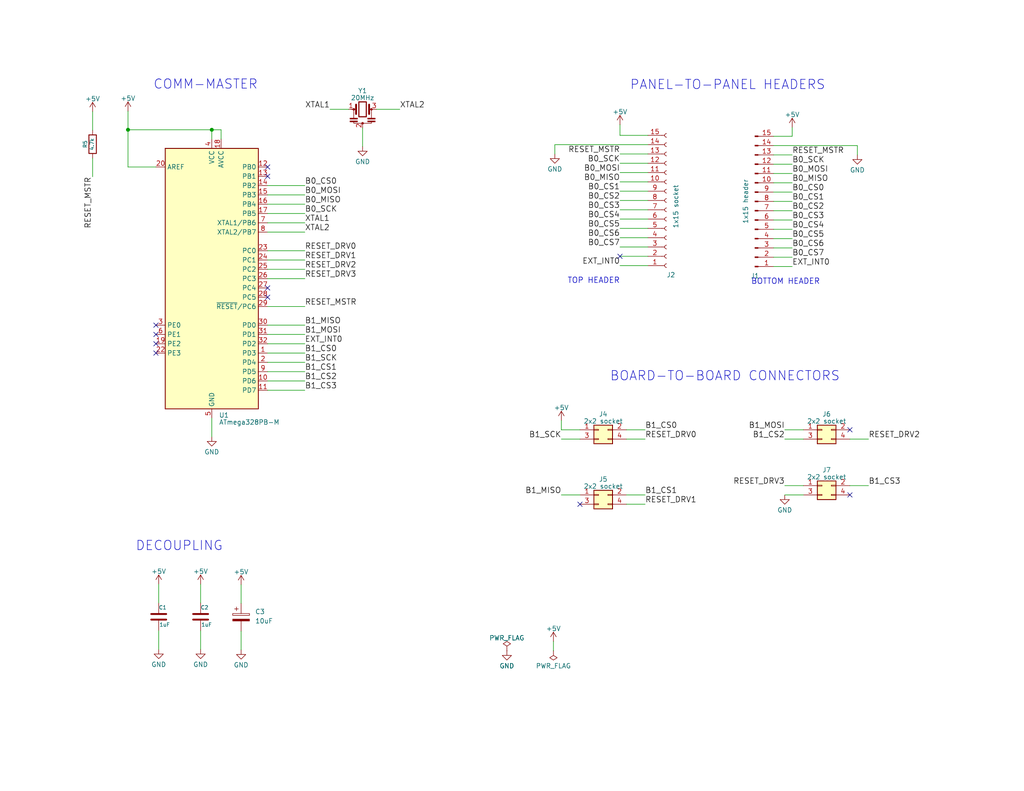
<source format=kicad_sch>
(kicad_sch (version 20230121) (generator eeschema)
  (paper "USLetter")
  (lib_symbols
    (symbol "Connector:Conn_01x15_Pin" (pin_names (offset 1.016) hide)
      (property "Reference" "J" (at 0 20.32 0))
      (property "Value" "Conn_01x15_Pin" (at 0 -20.32 0))
      (symbol "Conn_01x15_Pin_1_1"
        (polyline (pts (xy 1.27 -17.78) (xy 0.8636 -17.78)) (stroke (width 0.1524)))
        (polyline (pts (xy 1.27 -15.24) (xy 0.8636 -15.24)) (stroke (width 0.1524)))
        (polyline (pts (xy 1.27 -12.7) (xy 0.8636 -12.7)) (stroke (width 0.1524)))
        (polyline (pts (xy 1.27 -10.16) (xy 0.8636 -10.16)) (stroke (width 0.1524)))
        (polyline (pts (xy 1.27 -7.62) (xy 0.8636 -7.62)) (stroke (width 0.1524)))
        (polyline (pts (xy 1.27 -5.08) (xy 0.8636 -5.08)) (stroke (width 0.1524)))
        (polyline (pts (xy 1.27 -2.54) (xy 0.8636 -2.54)) (stroke (width 0.1524)))
        (polyline (pts (xy 1.27 0) (xy 0.8636 0)) (stroke (width 0.1524)))
        (polyline (pts (xy 1.27 2.54) (xy 0.8636 2.54)) (stroke (width 0.1524)))
        (polyline (pts (xy 1.27 5.08) (xy 0.8636 5.08)) (stroke (width 0.1524)))
        (polyline (pts (xy 1.27 7.62) (xy 0.8636 7.62)) (stroke (width 0.1524)))
        (polyline (pts (xy 1.27 10.16) (xy 0.8636 10.16)) (stroke (width 0.1524)))
        (polyline (pts (xy 1.27 12.7) (xy 0.8636 12.7)) (stroke (width 0.1524)))
        (polyline (pts (xy 1.27 15.24) (xy 0.8636 15.24)) (stroke (width 0.1524)))
        (polyline (pts (xy 1.27 17.78) (xy 0.8636 17.78)) (stroke (width 0.1524)))
        (rectangle (start 0.8636 -17.653) (end 0 -17.907) (stroke (width 0.1524)) (fill (type outline)))
        (rectangle (start 0.8636 -15.113) (end 0 -15.367) (stroke (width 0.1524)) (fill (type outline)))
        (rectangle (start 0.8636 -12.573) (end 0 -12.827) (stroke (width 0.1524)) (fill (type outline)))
        (rectangle (start 0.8636 -10.033) (end 0 -10.287) (stroke (width 0.1524)) (fill (type outline)))
        (rectangle (start 0.8636 -7.493) (end 0 -7.747) (stroke (width 0.1524)) (fill (type outline)))
        (rectangle (start 0.8636 -4.953) (end 0 -5.207) (stroke (width 0.1524)) (fill (type outline)))
        (rectangle (start 0.8636 -2.413) (end 0 -2.667) (stroke (width 0.1524)) (fill (type outline)))
        (rectangle (start 0.8636 0.127) (end 0 -0.127) (stroke (width 0.1524)) (fill (type outline)))
        (rectangle (start 0.8636 2.667) (end 0 2.413) (stroke (width 0.1524)) (fill (type outline)))
        (rectangle (start 0.8636 5.207) (end 0 4.953) (stroke (width 0.1524)) (fill (type outline)))
        (rectangle (start 0.8636 7.747) (end 0 7.493) (stroke (width 0.1524)) (fill (type outline)))
        (rectangle (start 0.8636 10.287) (end 0 10.033) (stroke (width 0.1524)) (fill (type outline)))
        (rectangle (start 0.8636 12.827) (end 0 12.573) (stroke (width 0.1524)) (fill (type outline)))
        (rectangle (start 0.8636 15.367) (end 0 15.113) (stroke (width 0.1524)) (fill (type outline)))
        (rectangle (start 0.8636 17.907) (end 0 17.653) (stroke (width 0.1524)) (fill (type outline)))
        (pin passive line (at 5.08 17.78 180) (length 3.81) (name "Pin_1") (number "1"))
        (pin passive line (at 5.08 -5.08 180) (length 3.81) (name "Pin_10") (number "10"))
        (pin passive line (at 5.08 -7.62 180) (length 3.81) (name "Pin_11") (number "11"))
        (pin passive line (at 5.08 -10.16 180) (length 3.81) (name "Pin_12") (number "12"))
        (pin passive line (at 5.08 -12.7 180) (length 3.81) (name "Pin_13") (number "13"))
        (pin passive line (at 5.08 -15.24 180) (length 3.81) (name "Pin_14") (number "14"))
        (pin passive line (at 5.08 -17.78 180) (length 3.81) (name "Pin_15") (number "15"))
        (pin passive line (at 5.08 15.24 180) (length 3.81) (name "Pin_2") (number "2"))
        (pin passive line (at 5.08 12.7 180) (length 3.81) (name "Pin_3") (number "3"))
        (pin passive line (at 5.08 10.16 180) (length 3.81) (name "Pin_4") (number "4"))
        (pin passive line (at 5.08 7.62 180) (length 3.81) (name "Pin_5") (number "5"))
        (pin passive line (at 5.08 5.08 180) (length 3.81) (name "Pin_6") (number "6"))
        (pin passive line (at 5.08 2.54 180) (length 3.81) (name "Pin_7") (number "7"))
        (pin passive line (at 5.08 0 180) (length 3.81) (name "Pin_8") (number "8"))
        (pin passive line (at 5.08 -2.54 180) (length 3.81) (name "Pin_9") (number "9"))
      )
    )
    (symbol "Connector:Conn_01x15_Socket" (pin_names (offset 1.016) hide)
      (property "Reference" "J" (at 0 20.32 0))
      (property "Value" "Conn_01x15_Socket" (at 0 -20.32 0))
      (symbol "Conn_01x15_Socket_1_1"
        (arc (start 0 -17.272) (mid -0.5058 -17.78) (end 0 -18.288) (stroke (width 0.1524)))
        (arc (start 0 -14.732) (mid -0.5058 -15.24) (end 0 -15.748) (stroke (width 0.1524)))
        (arc (start 0 -12.192) (mid -0.5058 -12.7) (end 0 -13.208) (stroke (width 0.1524)))
        (arc (start 0 -9.652) (mid -0.5058 -10.16) (end 0 -10.668) (stroke (width 0.1524)))
        (arc (start 0 -7.112) (mid -0.5058 -7.62) (end 0 -8.128) (stroke (width 0.1524)))
        (arc (start 0 -4.572) (mid -0.5058 -5.08) (end 0 -5.588) (stroke (width 0.1524)))
        (arc (start 0 -2.032) (mid -0.5058 -2.54) (end 0 -3.048) (stroke (width 0.1524)))
        (polyline (pts (xy -1.27 -17.78) (xy -0.508 -17.78)) (stroke (width 0.1524)))
        (polyline (pts (xy -1.27 -15.24) (xy -0.508 -15.24)) (stroke (width 0.1524)))
        (polyline (pts (xy -1.27 -12.7) (xy -0.508 -12.7)) (stroke (width 0.1524)))
        (polyline (pts (xy -1.27 -10.16) (xy -0.508 -10.16)) (stroke (width 0.1524)))
        (polyline (pts (xy -1.27 -7.62) (xy -0.508 -7.62)) (stroke (width 0.1524)))
        (polyline (pts (xy -1.27 -5.08) (xy -0.508 -5.08)) (stroke (width 0.1524)))
        (polyline (pts (xy -1.27 -2.54) (xy -0.508 -2.54)) (stroke (width 0.1524)))
        (polyline (pts (xy -1.27 0) (xy -0.508 0)) (stroke (width 0.1524)))
        (polyline (pts (xy -1.27 2.54) (xy -0.508 2.54)) (stroke (width 0.1524)))
        (polyline (pts (xy -1.27 5.08) (xy -0.508 5.08)) (stroke (width 0.1524)))
        (polyline (pts (xy -1.27 7.62) (xy -0.508 7.62)) (stroke (width 0.1524)))
        (polyline (pts (xy -1.27 10.16) (xy -0.508 10.16)) (stroke (width 0.1524)))
        (polyline (pts (xy -1.27 12.7) (xy -0.508 12.7)) (stroke (width 0.1524)))
        (polyline (pts (xy -1.27 15.24) (xy -0.508 15.24)) (stroke (width 0.1524)))
        (polyline (pts (xy -1.27 17.78) (xy -0.508 17.78)) (stroke (width 0.1524)))
        (arc (start 0 0.508) (mid -0.5058 0) (end 0 -0.508) (stroke (width 0.1524)))
        (arc (start 0 3.048) (mid -0.5058 2.54) (end 0 2.032) (stroke (width 0.1524)))
        (arc (start 0 5.588) (mid -0.5058 5.08) (end 0 4.572) (stroke (width 0.1524)))
        (arc (start 0 8.128) (mid -0.5058 7.62) (end 0 7.112) (stroke (width 0.1524)))
        (arc (start 0 10.668) (mid -0.5058 10.16) (end 0 9.652) (stroke (width 0.1524)))
        (arc (start 0 13.208) (mid -0.5058 12.7) (end 0 12.192) (stroke (width 0.1524)))
        (arc (start 0 15.748) (mid -0.5058 15.24) (end 0 14.732) (stroke (width 0.1524)))
        (arc (start 0 18.288) (mid -0.5058 17.78) (end 0 17.272) (stroke (width 0.1524)))
        (pin passive line (at -5.08 17.78 0) (length 3.81) (name "Pin_1") (number "1"))
        (pin passive line (at -5.08 -5.08 0) (length 3.81) (name "Pin_10") (number "10"))
        (pin passive line (at -5.08 -7.62 0) (length 3.81) (name "Pin_11") (number "11"))
        (pin passive line (at -5.08 -10.16 0) (length 3.81) (name "Pin_12") (number "12"))
        (pin passive line (at -5.08 -12.7 0) (length 3.81) (name "Pin_13") (number "13"))
        (pin passive line (at -5.08 -15.24 0) (length 3.81) (name "Pin_14") (number "14"))
        (pin passive line (at -5.08 -17.78 0) (length 3.81) (name "Pin_15") (number "15"))
        (pin passive line (at -5.08 15.24 0) (length 3.81) (name "Pin_2") (number "2"))
        (pin passive line (at -5.08 12.7 0) (length 3.81) (name "Pin_3") (number "3"))
        (pin passive line (at -5.08 10.16 0) (length 3.81) (name "Pin_4") (number "4"))
        (pin passive line (at -5.08 7.62 0) (length 3.81) (name "Pin_5") (number "5"))
        (pin passive line (at -5.08 5.08 0) (length 3.81) (name "Pin_6") (number "6"))
        (pin passive line (at -5.08 2.54 0) (length 3.81) (name "Pin_7") (number "7"))
        (pin passive line (at -5.08 0 0) (length 3.81) (name "Pin_8") (number "8"))
        (pin passive line (at -5.08 -2.54 0) (length 3.81) (name "Pin_9") (number "9"))
      )
    )
    (symbol "Connector_Generic:Conn_02x02_Odd_Even" (pin_names (offset 1.016) hide)
      (property "Reference" "J" (at 1.27 2.54 0))
      (property "Value" "Conn_02x02_Odd_Even" (at 1.27 -5.08 0))
      (symbol "Conn_02x02_Odd_Even_1_1"
        (rectangle (start -1.27 -2.413) (end 0 -2.667) (stroke (width 0.1524)))
        (rectangle (start -1.27 0.127) (end 0 -0.127) (stroke (width 0.1524)))
        (rectangle (start -1.27 1.27) (end 3.81 -3.81) (stroke (width 0.254)) (fill (type background)))
        (rectangle (start 3.81 -2.413) (end 2.54 -2.667) (stroke (width 0.1524)))
        (rectangle (start 3.81 0.127) (end 2.54 -0.127) (stroke (width 0.1524)))
        (pin passive line (at -5.08 0 0) (length 3.81) (name "Pin_1") (number "1"))
        (pin passive line (at 7.62 0 180) (length 3.81) (name "Pin_2") (number "2"))
        (pin passive line (at -5.08 -2.54 0) (length 3.81) (name "Pin_3") (number "3"))
        (pin passive line (at 7.62 -2.54 180) (length 3.81) (name "Pin_4") (number "4"))
      )
    )
    (symbol "Device:C" (pin_numbers hide) (pin_names (offset 0.254))
      (property "Reference" "C" (at 0.635 2.54 0))
      (property "Value" "C" (at 0.635 -2.54 0))
      (symbol "C_0_1"
        (polyline (pts (xy -2.032 -0.762) (xy 2.032 -0.762)) (stroke (width 0.508)))
        (polyline (pts (xy -2.032 0.762) (xy 2.032 0.762)) (stroke (width 0.508)))
      )
      (symbol "C_1_1"
        (pin passive line (at 0 3.81 270) (length 2.794) (name "~") (number "1"))
        (pin passive line (at 0 -3.81 90) (length 2.794) (name "~") (number "2"))
      )
    )
    (symbol "Device:C_Polarized" (pin_numbers hide) (pin_names (offset 0.254))
      (property "Reference" "C" (at 0.635 2.54 0))
      (property "Value" "C_Polarized" (at 0.635 -2.54 0))
      (symbol "C_Polarized_0_1"
        (rectangle (start -2.286 0.508) (end 2.286 1.016))
        (polyline (pts (xy -1.778 2.286) (xy -0.762 2.286)))
        (polyline (pts (xy -1.27 2.794) (xy -1.27 1.778)))
        (rectangle (start 2.286 -0.508) (end -2.286 -1.016) (fill (type outline)))
      )
      (symbol "C_Polarized_1_1"
        (pin passive line (at 0 3.81 270) (length 2.794) (name "~") (number "1"))
        (pin passive line (at 0 -3.81 90) (length 2.794) (name "~") (number "2"))
      )
    )
    (symbol "Device:R" (pin_numbers hide) (pin_names (offset 0))
      (property "Reference" "R" (at 2.032 0 90))
      (property "Value" "R" (at 0 0 90))
      (symbol "R_0_1"
        (rectangle (start -1.016 -2.54) (end 1.016 2.54) (stroke (width 0.254)))
      )
      (symbol "R_1_1"
        (pin passive line (at 0 3.81 270) (length 1.27) (name "~") (number "1"))
        (pin passive line (at 0 -3.81 90) (length 1.27) (name "~") (number "2"))
      )
    )
    (symbol "Device:Resonator" (pin_names (offset 1.016) hide)
      (property "Reference" "Y" (at 0 5.715 0))
      (property "Value" "Resonator" (at 0 3.81 0))
      (symbol "Resonator_0_1"
        (rectangle (start -3.429 -3.175) (end -1.397 -3.429) (fill (type outline)))
        (rectangle (start -3.429 -2.413) (end -1.397 -2.667) (fill (type outline)))
        (circle (center -2.413 0) (radius 0.254) (fill (type outline)))
        (rectangle (start -1.016 2.032) (end 1.016 -2.032) (stroke (width 0.3048)))
        (circle (center 0 -3.81) (radius 0.254) (fill (type outline)))
        (polyline (pts (xy -2.413 -2.413) (xy -2.413 0)))
        (polyline (pts (xy -1.905 0) (xy -3.175 0)))
        (polyline (pts (xy -1.778 -1.27) (xy -1.778 1.27)) (stroke (width 0.508)))
        (polyline (pts (xy 1.778 -1.27) (xy 1.778 1.27)) (stroke (width 0.508)))
        (polyline (pts (xy 1.905 0) (xy 2.54 0)))
        (polyline (pts (xy 2.413 0) (xy 2.413 -2.54)))
        (polyline (pts (xy 2.413 -3.302) (xy 2.413 -3.81) (xy -2.413 -3.81) (xy -2.413 -3.302)))
        (rectangle (start 1.397 -3.175) (end 3.429 -3.429) (fill (type outline)))
        (rectangle (start 1.397 -2.413) (end 3.429 -2.667) (fill (type outline)))
        (circle (center 2.413 0) (radius 0.254) (fill (type outline)))
      )
      (symbol "Resonator_1_1"
        (pin passive line (at -3.81 0 0) (length 1.27) (name "1") (number "1"))
        (pin passive line (at 0 -5.08 90) (length 1.27) (name "2") (number "2"))
        (pin passive line (at 3.81 0 180) (length 1.27) (name "3") (number "3"))
      )
    )
    (symbol "MCU_Microchip_ATmega:ATmega328PB-M"
      (property "Reference" "U" (at -12.7 36.83 0))
      (property "Value" "ATmega328PB-M" (at 2.54 -36.83 0))
      (symbol "ATmega328PB-M_0_1"
        (rectangle (start -12.7 -35.56) (end 12.7 35.56) (stroke (width 0.254)) (fill (type background)))
      )
      (symbol "ATmega328PB-M_1_1"
        (pin bidirectional line (at 15.24 -20.32 180) (length 2.54) (name "PD3") (number "1"))
        (pin bidirectional line (at 15.24 -27.94 180) (length 2.54) (name "PD6") (number "10"))
        (pin bidirectional line (at 15.24 -30.48 180) (length 2.54) (name "PD7") (number "11"))
        (pin bidirectional line (at 15.24 30.48 180) (length 2.54) (name "PB0") (number "12"))
        (pin bidirectional line (at 15.24 27.94 180) (length 2.54) (name "PB1") (number "13"))
        (pin bidirectional line (at 15.24 25.4 180) (length 2.54) (name "PB2") (number "14"))
        (pin bidirectional line (at 15.24 22.86 180) (length 2.54) (name "PB3") (number "15"))
        (pin bidirectional line (at 15.24 20.32 180) (length 2.54) (name "PB4") (number "16"))
        (pin bidirectional line (at 15.24 17.78 180) (length 2.54) (name "PB5") (number "17"))
        (pin power_in line (at 2.54 38.1 270) (length 2.54) (name "AVCC") (number "18"))
        (pin bidirectional line (at -15.24 -17.78 0) (length 2.54) (name "PE2") (number "19"))
        (pin bidirectional line (at 15.24 -22.86 180) (length 2.54) (name "PD4") (number "2"))
        (pin passive line (at -15.24 30.48 0) (length 2.54) (name "AREF") (number "20"))
        (pin passive line (at 0 -38.1 90) (length 2.54) hide (name "GND") (number "21"))
        (pin bidirectional line (at -15.24 -20.32 0) (length 2.54) (name "PE3") (number "22"))
        (pin bidirectional line (at 15.24 7.62 180) (length 2.54) (name "PC0") (number "23"))
        (pin bidirectional line (at 15.24 5.08 180) (length 2.54) (name "PC1") (number "24"))
        (pin bidirectional line (at 15.24 2.54 180) (length 2.54) (name "PC2") (number "25"))
        (pin bidirectional line (at 15.24 0 180) (length 2.54) (name "PC3") (number "26"))
        (pin bidirectional line (at 15.24 -2.54 180) (length 2.54) (name "PC4") (number "27"))
        (pin bidirectional line (at 15.24 -5.08 180) (length 2.54) (name "PC5") (number "28"))
        (pin bidirectional line (at 15.24 -7.62 180) (length 2.54) (name "~{RESET}/PC6") (number "29"))
        (pin bidirectional line (at -15.24 -12.7 0) (length 2.54) (name "PE0") (number "3"))
        (pin bidirectional line (at 15.24 -12.7 180) (length 2.54) (name "PD0") (number "30"))
        (pin bidirectional line (at 15.24 -15.24 180) (length 2.54) (name "PD1") (number "31"))
        (pin bidirectional line (at 15.24 -17.78 180) (length 2.54) (name "PD2") (number "32"))
        (pin passive line (at 0 -38.1 90) (length 2.54) hide (name "GND") (number "33"))
        (pin power_in line (at 0 38.1 270) (length 2.54) (name "VCC") (number "4"))
        (pin power_in line (at 0 -38.1 90) (length 2.54) (name "GND") (number "5"))
        (pin bidirectional line (at -15.24 -15.24 0) (length 2.54) (name "PE1") (number "6"))
        (pin bidirectional line (at 15.24 15.24 180) (length 2.54) (name "XTAL1/PB6") (number "7"))
        (pin bidirectional line (at 15.24 12.7 180) (length 2.54) (name "XTAL2/PB7") (number "8"))
        (pin bidirectional line (at 15.24 -25.4 180) (length 2.54) (name "PD5") (number "9"))
      )
    )
    (symbol "power:+5V" (power) (pin_names (offset 0))
      (property "Value" "+5V" (at 0 3.556 0))
      (symbol "+5V_0_1"
        (polyline (pts (xy -0.762 1.27) (xy 0 2.54)))
        (polyline (pts (xy 0 0) (xy 0 2.54)))
        (polyline (pts (xy 0 2.54) (xy 0.762 1.27)))
      )
      (symbol "+5V_1_1"
        (pin power_in line (at 0 0 90) (length 0) hide (name "+5V") (number "1"))
      )
    )
    (symbol "power:GND" (power) (pin_names (offset 0))
      (property "Value" "GND" (at 0 -3.81 0))
      (symbol "GND_0_1"
        (polyline (pts (xy 0 0) (xy 0 -1.27) (xy 1.27 -1.27) (xy 0 -2.54) (xy -1.27 -1.27) (xy 0 -1.27)))
      )
      (symbol "GND_1_1"
        (pin power_in line (at 0 0 270) (length 0) hide (name "GND") (number "1"))
      )
    )
    (symbol "power:PWR_FLAG" (power) (pin_numbers hide) (pin_names (offset 0) hide)
      (property "Value" "PWR_FLAG" (at 0 3.81 0))
      (symbol "PWR_FLAG_0_0"
        (pin power_out line (at 0 0 90) (length 0) (name "pwr") (number "1"))
      )
      (symbol "PWR_FLAG_0_1"
        (polyline (pts (xy 0 0) (xy 0 1.27) (xy -1.016 1.905) (xy 0 2.54) (xy 1.016 1.905) (xy 0 1.27)))
      )
    )
  )
  (junction (at 57.785 35.433))
  (junction (at 34.925 35.433))
  (no_connect (at 169.164 69.977))
  (no_connect (at 73.025 48.133))
  (no_connect (at 231.902 135.128))
  (no_connect (at 158.242 137.668))
  (no_connect (at 231.902 117.348))
  (no_connect (at 42.545 96.393))
  (no_connect (at 42.545 93.853))
  (no_connect (at 73.025 78.613))
  (no_connect (at 73.025 81.153))
  (no_connect (at 42.545 88.773))
  (no_connect (at 73.025 45.593))
  (no_connect (at 42.545 91.313))
  (wire (pts (xy 211.074 37.211) (xy 216.154 37.211)))
  (wire (pts (xy 211.074 52.451) (xy 216.154 52.451)))
  (wire (pts (xy 42.545 45.593) (xy 34.925 45.593)))
  (wire (pts (xy 216.154 34.798) (xy 216.154 37.211)))
  (wire (pts (xy 169.164 72.517) (xy 176.784 72.517)))
  (wire (pts (xy 98.933 34.925) (xy 98.933 40.005)))
  (wire (pts (xy 211.074 42.291) (xy 216.154 42.291)))
  (wire (pts (xy 54.737 159.512) (xy 54.737 164.592)))
  (wire (pts (xy 151.384 39.497) (xy 176.784 39.497)))
  (wire (pts (xy 57.785 35.433) (xy 60.325 35.433)))
  (wire (pts (xy 73.025 83.693) (xy 83.185 83.693)))
  (wire (pts (xy 169.164 47.117) (xy 176.784 47.117)))
  (wire (pts (xy 214.122 132.588) (xy 219.202 132.588)))
  (wire (pts (xy 169.164 57.277) (xy 176.784 57.277)))
  (wire (pts (xy 73.025 91.313) (xy 83.185 91.313)))
  (wire (pts (xy 211.074 70.231) (xy 216.154 70.231)))
  (wire (pts (xy 153.162 114.808) (xy 153.162 117.348)))
  (wire (pts (xy 170.942 137.668) (xy 176.022 137.668)))
  (wire (pts (xy 169.164 52.197) (xy 176.784 52.197)))
  (wire (pts (xy 211.074 62.611) (xy 216.154 62.611)))
  (wire (pts (xy 153.162 119.888) (xy 158.242 119.888)))
  (wire (pts (xy 214.122 135.128) (xy 219.202 135.128)))
  (wire (pts (xy 73.025 106.553) (xy 83.185 106.553)))
  (wire (pts (xy 211.074 54.991) (xy 216.154 54.991)))
  (wire (pts (xy 65.786 172.339) (xy 65.786 177.419)))
  (wire (pts (xy 73.025 63.373) (xy 83.185 63.373)))
  (wire (pts (xy 43.307 172.212) (xy 43.307 177.292)))
  (wire (pts (xy 214.122 119.888) (xy 219.202 119.888)))
  (wire (pts (xy 169.164 69.977) (xy 176.784 69.977)))
  (wire (pts (xy 73.025 60.833) (xy 83.185 60.833)))
  (wire (pts (xy 169.164 34.036) (xy 169.164 36.957)))
  (wire (pts (xy 57.785 37.973) (xy 57.785 35.433)))
  (wire (pts (xy 73.025 93.853) (xy 83.185 93.853)))
  (wire (pts (xy 73.025 98.933) (xy 83.185 98.933)))
  (wire (pts (xy 211.074 39.751) (xy 233.934 39.751)))
  (wire (pts (xy 231.902 119.888) (xy 236.982 119.888)))
  (wire (pts (xy 151.384 39.497) (xy 151.384 42.037)))
  (wire (pts (xy 73.025 88.773) (xy 83.185 88.773)))
  (wire (pts (xy 102.743 29.845) (xy 109.093 29.845)))
  (wire (pts (xy 73.025 101.473) (xy 83.185 101.473)))
  (wire (pts (xy 170.942 119.888) (xy 176.022 119.888)))
  (wire (pts (xy 158.242 117.348) (xy 153.162 117.348)))
  (wire (pts (xy 233.934 39.751) (xy 233.934 42.291)))
  (wire (pts (xy 211.074 57.531) (xy 216.154 57.531)))
  (wire (pts (xy 169.164 59.817) (xy 176.784 59.817)))
  (wire (pts (xy 169.164 64.897) (xy 176.784 64.897)))
  (wire (pts (xy 25.273 30.48) (xy 25.273 35.56)))
  (wire (pts (xy 34.925 35.433) (xy 34.925 45.593)))
  (wire (pts (xy 60.325 37.973) (xy 60.325 35.433)))
  (wire (pts (xy 169.164 67.437) (xy 176.784 67.437)))
  (wire (pts (xy 73.025 50.673) (xy 83.185 50.673)))
  (wire (pts (xy 231.902 132.588) (xy 236.982 132.588)))
  (wire (pts (xy 25.273 43.18) (xy 25.273 48.26)))
  (wire (pts (xy 169.164 62.357) (xy 176.784 62.357)))
  (wire (pts (xy 169.164 49.657) (xy 176.784 49.657)))
  (wire (pts (xy 169.164 44.577) (xy 176.784 44.577)))
  (wire (pts (xy 65.786 159.639) (xy 65.786 164.719)))
  (wire (pts (xy 169.164 54.737) (xy 176.784 54.737)))
  (wire (pts (xy 34.925 35.433) (xy 57.785 35.433)))
  (wire (pts (xy 153.162 135.128) (xy 158.242 135.128)))
  (wire (pts (xy 170.942 117.348) (xy 176.022 117.348)))
  (wire (pts (xy 214.122 117.348) (xy 219.202 117.348)))
  (wire (pts (xy 73.025 73.533) (xy 83.185 73.533)))
  (wire (pts (xy 211.074 49.911) (xy 216.154 49.911)))
  (wire (pts (xy 73.025 104.013) (xy 83.185 104.013)))
  (wire (pts (xy 211.074 65.151) (xy 216.154 65.151)))
  (wire (pts (xy 90.043 29.845) (xy 95.123 29.845)))
  (wire (pts (xy 57.785 114.173) (xy 57.785 119.253)))
  (wire (pts (xy 73.025 53.213) (xy 83.185 53.213)))
  (wire (pts (xy 73.025 96.393) (xy 83.185 96.393)))
  (wire (pts (xy 73.025 70.993) (xy 83.185 70.993)))
  (wire (pts (xy 43.307 159.512) (xy 43.307 164.592)))
  (wire (pts (xy 211.074 60.071) (xy 216.154 60.071)))
  (wire (pts (xy 73.025 55.753) (xy 83.185 55.753)))
  (wire (pts (xy 211.074 72.771) (xy 216.154 72.771)))
  (wire (pts (xy 73.025 76.073) (xy 83.185 76.073)))
  (wire (pts (xy 73.025 58.293) (xy 83.185 58.293)))
  (wire (pts (xy 170.942 135.128) (xy 176.022 135.128)))
  (wire (pts (xy 169.164 42.037) (xy 176.784 42.037)))
  (wire (pts (xy 169.164 36.957) (xy 176.784 36.957)))
  (wire (pts (xy 211.074 44.831) (xy 216.154 44.831)))
  (wire (pts (xy 54.737 172.212) (xy 54.737 177.292)))
  (wire (pts (xy 34.925 30.353) (xy 34.925 35.433)))
  (wire (pts (xy 151.003 175.133) (xy 151.003 177.673)))
  (wire (pts (xy 211.074 47.371) (xy 216.154 47.371)))
  (wire (pts (xy 211.074 67.691) (xy 216.154 67.691)))
  (wire (pts (xy 73.025 68.453) (xy 83.185 68.453)))
  (text "PANEL-TO-PANEL HEADERS" (at 171.831 24.765 0) (effects (font (size 2.54 2.54)) (justify left bottom)))
  (text "TOP HEADER" (at 169.164 77.597 0) (effects (font (size 1.524 1.524)) (justify right bottom)))
  (text "COMM-MASTER" (at 41.783 24.638 0) (effects (font (size 2.54 2.54)) (justify left bottom)))
  (text "DECOUPLING" (at 36.957 150.622 0) (effects (font (size 2.54 2.54)) (justify left bottom)))
  (text "BOTTOM HEADER" (at 223.774 77.851 0) (effects (font (size 1.524 1.524)) (justify right bottom)))
  (text "BOARD-TO-BOARD CONNECTORS" (at 166.37 104.267 0) (effects (font (size 2.54 2.54)) (justify left bottom)))
  (label "B0_CS0" (at 83.185 50.673 0) (effects (font (size 1.524 1.524))))
  (label "B0_CS1" (at 169.164 52.197 180) (effects (font (size 1.524 1.524))))
  (label "B0_CS4" (at 169.164 59.817 180) (effects (font (size 1.524 1.524))))
  (label "B0_SCK" (at 216.154 44.831 0) (effects (font (size 1.524 1.524))))
  (label "B0_CS0" (at 216.154 52.451 0) (effects (font (size 1.524 1.524))))
  (label "RESET_DRV1" (at 176.022 137.668 0) (effects (font (size 1.524 1.524))))
  (label "XTAL2" (at 109.093 29.845 0) (effects (font (size 1.524 1.524))))
  (label "B0_CS5" (at 169.164 62.357 180) (effects (font (size 1.524 1.524))))
  (label "XTAL2" (at 83.185 63.373 0) (effects (font (size 1.524 1.524))))
  (label "RESET_DRV3" (at 83.185 76.073 0) (effects (font (size 1.524 1.524))))
  (label "B1_CS0" (at 176.022 117.348 0) (effects (font (size 1.524 1.524))))
  (label "B0_CS2" (at 216.154 57.531 0) (effects (font (size 1.524 1.524))))
  (label "B0_CS1" (at 216.154 54.991 0) (effects (font (size 1.524 1.524))))
  (label "RESET_MSTR" (at 25.273 48.26 270) (effects (font (size 1.524 1.524))))
  (label "RESET_MSTR" (at 83.185 83.693 0) (effects (font (size 1.524 1.524))))
  (label "B0_MOSI" (at 83.185 53.213 0) (effects (font (size 1.524 1.524))))
  (label "B0_MOSI" (at 216.154 47.371 0) (effects (font (size 1.524 1.524))))
  (label "EXT_INT0" (at 83.185 93.853 0) (effects (font (size 1.524 1.524))))
  (label "B1_CS2" (at 83.185 104.013 0) (effects (font (size 1.524 1.524))))
  (label "B1_CS1" (at 176.022 135.128 0) (effects (font (size 1.524 1.524))))
  (label "B0_MISO" (at 169.164 49.657 180) (effects (font (size 1.524 1.524))))
  (label "B0_CS4" (at 216.154 62.611 0) (effects (font (size 1.524 1.524))))
  (label "B0_CS2" (at 169.164 54.737 180) (effects (font (size 1.524 1.524))))
  (label "RESET_DRV0" (at 83.185 68.453 0) (effects (font (size 1.524 1.524))))
  (label "B0_MISO" (at 83.185 55.753 0) (effects (font (size 1.524 1.524))))
  (label "B0_CS6" (at 216.154 67.691 0) (effects (font (size 1.524 1.524))))
  (label "B1_CS2" (at 214.122 119.888 180) (effects (font (size 1.524 1.524))))
  (label "B1_CS3" (at 83.185 106.553 0) (effects (font (size 1.524 1.524))))
  (label "B1_CS1" (at 83.185 101.473 0) (effects (font (size 1.524 1.524))))
  (label "B0_CS7" (at 216.154 70.231 0) (effects (font (size 1.524 1.524))))
  (label "B0_CS5" (at 216.154 65.151 0) (effects (font (size 1.524 1.524))))
  (label "RESET_MSTR" (at 169.164 42.037 180) (effects (font (size 1.524 1.524))))
  (label "RESET_MSTR" (at 216.154 42.291 0) (effects (font (size 1.524 1.524))))
  (label "RESET_DRV1" (at 83.185 70.993 0) (effects (font (size 1.524 1.524))))
  (label "B1_SCK" (at 153.162 119.888 180) (effects (font (size 1.524 1.524))))
  (label "XTAL1" (at 83.185 60.833 0) (effects (font (size 1.524 1.524))))
  (label "B1_CS0" (at 83.185 96.393 0) (effects (font (size 1.524 1.524))))
  (label "B0_SCK" (at 169.164 44.577 180) (effects (font (size 1.524 1.524))))
  (label "B0_CS6" (at 169.164 64.897 180) (effects (font (size 1.524 1.524))))
  (label "B1_MISO" (at 153.162 135.128 180) (effects (font (size 1.524 1.524))))
  (label "XTAL1" (at 90.043 29.845 180) (effects (font (size 1.524 1.524))))
  (label "B0_SCK" (at 83.185 58.293 0) (effects (font (size 1.524 1.524))))
  (label "B0_CS7" (at 169.164 67.437 180) (effects (font (size 1.524 1.524))))
  (label "RESET_DRV0" (at 176.022 119.888 0) (effects (font (size 1.524 1.524))))
  (label "RESET_DRV2" (at 236.982 119.888 0) (effects (font (size 1.524 1.524))))
  (label "B1_SCK" (at 83.185 98.933 0) (effects (font (size 1.524 1.524))))
  (label "B0_MOSI" (at 169.164 47.117 180) (effects (font (size 1.524 1.524))))
  (label "EXT_INT0" (at 216.154 72.771 0) (effects (font (size 1.524 1.524))))
  (label "B1_MOSI" (at 214.122 117.348 180) (effects (font (size 1.524 1.524))))
  (label "B1_MISO" (at 83.185 88.773 0) (effects (font (size 1.524 1.524))))
  (label "B0_MISO" (at 216.154 49.911 0) (effects (font (size 1.524 1.524))))
  (label "B1_MOSI" (at 83.185 91.313 0) (effects (font (size 1.524 1.524))))
  (label "B1_CS3" (at 236.982 132.588 0) (effects (font (size 1.524 1.524))))
  (label "RESET_DRV2" (at 83.185 73.533 0) (effects (font (size 1.524 1.524))))
  (label "B0_CS3" (at 216.154 60.071 0) (effects (font (size 1.524 1.524))))
  (label "RESET_DRV3" (at 214.122 132.588 180) (effects (font (size 1.524 1.524))))
  (label "EXT_INT0" (at 169.164 72.517 180) (effects (font (size 1.524 1.524))))
  (label "B0_CS3" (at 169.164 57.277 180) (effects (font (size 1.524 1.524))))
  (symbol (lib_id "Device:R") (at 25.273 39.37 180) (unit 1)
    (property "Reference" "R5" (at 23.241 39.37 90) (effects (font (size 1.016 1.016))))
    (property "Value" "4.7k" (at 25.0952 39.3954 90) (effects (font (size 1.016 1.016))))
    (property "Footprint" "Resistor_SMD:R_0603_1608Metric" (effects hide))
    (property "Datasheet" "https://www.yageo.com/upload/media/product/productsearch/datasheet/rchip/PYu-RC_Group_51_RoHS_L_12.pdf" (effects hide))
    (property "PN" "RC0603JR-074K7L" (effects hide))
    (property "DigiKey PN" "311-4.7KGRCT-ND" (effects hide))
    (property "LCSC PN" "C105428" (effects hide))
  )
  (symbol (lib_id "Device:C") (at 43.307 168.402 0) (unit 1)
    (property "Reference" "C1" (at 43.307 165.862 0) (effects (font (size 1.016 1.016)) (justify left)))
    (property "Value" "1uF" (at 43.4594 170.561 0) (effects (font (size 1.016 1.016)) (justify left)))
    (property "Footprint" "Capacitor_SMD:C_0402_1005Metric" (effects hide))
    (property "Datasheet" "https://media.digikey.com/pdf/Data%20Sheets/Samsung%20PDFs/CL10B104KO8NNNC_Spec.pdf" (effects hide))
    (property "PN" "CL10B104KO8NNNC" (effects hide))
    (property "DigiKey PN" "1276-1067-1-ND" (effects hide))
    (property "LCSC PN" "C5137499" (effects hide))
  )
  (symbol (lib_id "Connector_Generic:Conn_02x02_Odd_Even") (at 163.322 135.128 0) (unit 1)
    (property "Reference" "J5" (at 164.592 130.8481 0))
    (property "Value" "2x2 socket" (at 164.592 132.7691 0))
    (property "Footprint" "Connector_PinSocket_2.54mm:PinSocket_2x02_P2.54mm_Vertical" (effects hide))
    (property "Datasheet" "https://www.te.com/commerce/DocumentDelivery/DDEController?Action=srchrtrv&DocNm=535542&DocType=Customer+Drawing&DocLang=English" (effects hide))
    (property "PN" "5-535542-2" (effects hide))
    (property "DigiKey PN" "A125237-ND" (effects hide))
    (property "LCSC Alternative" "C718234" (effects hide))
    (property "LCSC Alternative 2" "C92273" (effects hide))
  )
  (symbol (lib_id "power:+5V") (at 54.737 159.512 0) (unit 1)
    (property "Reference" "#PWR014" (effects hide))
    (property "Value" "+5V" (at 54.737 156.0101 0))
  )
  (symbol (lib_id "power:GND") (at 57.785 119.253 0) (unit 1)
    (property "Reference" "#PWR011" (effects hide))
    (property "Value" "GND" (at 57.785 123.3885 0))
  )
  (symbol (lib_id "power:+5V") (at 216.154 34.798 0) (unit 1)
    (property "Reference" "#PWR06" (effects hide))
    (property "Value" "+5V" (at 216.154 31.2961 0))
  )
  (symbol (lib_id "Connector:Conn_01x15_Pin") (at 205.994 54.991 0) (mirror x) (unit 1)
    (property "Reference" "J1" (at 205.994 75.311 0))
    (property "Value" "1x15 header" (at 203.454 54.991 90))
    (property "Footprint" "Connector_custom:PinHeader_1x15_P2.54mm_Horizontal" (effects hide))
    (property "Datasheet" "https://app.adam-tech.com/products/download/data_sheet/201281/ph1rb-xx-ua-data-sheet.pdf" (effects hide))
    (property "PN" "PH1RB-15-UA" (effects hide))
    (property "DigiKey PN" "2057-PH1RB-15-UA-ND" (effects hide))
    (property "Alternative" "S1111EC-15-ND" (effects hide))
    (property "LCSC PN" "C247916" (effects hide))
  )
  (symbol (lib_id "power:GND") (at 54.737 177.292 0) (unit 1)
    (property "Reference" "#PWR018" (effects hide))
    (property "Value" "GND" (at 54.737 181.4275 0))
  )
  (symbol (lib_id "MCU_Microchip_ATmega:ATmega328PB-M") (at 57.785 76.073 0) (unit 1)
    (property "Reference" "U1" (at 59.7409 113.3555 0) (effects (justify left)))
    (property "Value" "ATmega328PB-M" (at 59.7409 115.2765 0) (effects (justify left)))
    (property "Footprint" "Package_DFN_QFN:QFN-32-1EP_5x5mm_P0.5mm_EP3.1x3.1mm" (effects hide))
    (property "Datasheet" "http://ww1.microchip.com/downloads/en/DeviceDoc/40001906C.pdf" (effects hide))
    (property "PN" "ATmega328PB-MUR" (effects hide))
    (property "DigiKey PN" "ATMEGA328PB-MURCT-ND" (effects hide))
    (property "LCSC PN" "C2651953" (effects hide))
  )
  (symbol (lib_id "power:GND") (at 65.786 177.419 0) (unit 1)
    (property "Reference" "#PWR09" (effects hide))
    (property "Value" "GND" (at 65.786 181.5545 0))
  )
  (symbol (lib_id "Connector_Generic:Conn_02x02_Odd_Even") (at 163.322 117.348 0) (unit 1)
    (property "Reference" "J4" (at 164.592 113.0681 0))
    (property "Value" "2x2 socket" (at 164.592 114.9891 0))
    (property "Footprint" "Connector_PinSocket_2.54mm:PinSocket_2x02_P2.54mm_Vertical" (effects hide))
    (property "Datasheet" "https://www.te.com/commerce/DocumentDelivery/DDEController?Action=srchrtrv&DocNm=535542&DocType=Customer+Drawing&DocLang=English" (effects hide))
    (property "PN" "5-535542-2" (effects hide))
    (property "DigiKey PN" "A125237-ND" (effects hide))
    (property "LCSC Alternative" "C718234" (effects hide))
    (property "LCSC Alternative 2" "C92273" (effects hide))
  )
  (symbol (lib_id "power:GND") (at 233.934 42.291 0) (unit 1)
    (property "Reference" "#PWR04" (effects hide))
    (property "Value" "GND" (at 233.934 46.4265 0))
  )
  (symbol (lib_id "power:GND") (at 214.122 135.128 0) (unit 1)
    (property "Reference" "#PWR08" (effects hide))
    (property "Value" "GND" (at 214.122 139.2635 0))
  )
  (symbol (lib_id "power:GND") (at 98.933 40.005 0) (unit 1)
    (property "Reference" "#PWR03" (effects hide))
    (property "Value" "GND" (at 98.933 44.1405 0))
  )
  (symbol (lib_id "power:+5V") (at 43.307 159.512 0) (unit 1)
    (property "Reference" "#PWR016" (effects hide))
    (property "Value" "+5V" (at 43.307 156.0101 0))
  )
  (symbol (lib_id "power:+5V") (at 25.273 30.48 0) (unit 1)
    (property "Reference" "#PWR02" (effects hide))
    (property "Value" "+5V" (at 25.273 26.9781 0))
  )
  (symbol (lib_id "power:+5V") (at 153.162 114.808 0) (unit 1)
    (property "Reference" "#PWR07" (effects hide))
    (property "Value" "+5V" (at 153.162 111.3061 0))
  )
  (symbol (lib_id "Device:C_Polarized") (at 65.786 168.529 0) (unit 1)
    (property "Reference" "C3" (at 69.596 167.005 0) (effects (justify left)))
    (property "Value" "10uF" (at 69.596 169.545 0) (effects (justify left)))
    (property "Footprint" "Capacitor_SMD:C_0805_2012Metric" (effects hide))
    (property "LCSC PN" "C72484" (effects hide))
  )
  (symbol (lib_id "Device:C") (at 54.737 168.402 0) (unit 1)
    (property "Reference" "C2" (at 54.737 165.862 0) (effects (font (size 1.016 1.016)) (justify left)))
    (property "Value" "1uF" (at 54.8894 170.561 0) (effects (font (size 1.016 1.016)) (justify left)))
    (property "Footprint" "Capacitor_SMD:C_0402_1005Metric" (effects hide))
    (property "Datasheet" "https://media.digikey.com/pdf/Data%20Sheets/Samsung%20PDFs/CL10B104KO8NNNC_Spec.pdf" (effects hide))
    (property "PN" "CL10B104KO8NNNC" (effects hide))
    (property "DigiKey PN" "1276-1067-1-ND" (effects hide))
    (property "LCSC PN" "C5137499" (effects hide))
  )
  (symbol (lib_id "power:+5V") (at 169.164 34.036 0) (unit 1)
    (property "Reference" "#PWR01" (effects hide))
    (property "Value" "+5V" (at 169.164 30.5341 0))
  )
  (symbol (lib_id "Connector_Generic:Conn_02x02_Odd_Even") (at 224.282 117.348 0) (unit 1)
    (property "Reference" "J6" (at 225.552 113.0681 0))
    (property "Value" "2x2 socket" (at 225.552 114.9891 0))
    (property "Footprint" "Connector_PinSocket_2.54mm:PinSocket_2x02_P2.54mm_Vertical" (effects hide))
    (property "Datasheet" "https://www.te.com/commerce/DocumentDelivery/DDEController?Action=srchrtrv&DocNm=535542&DocType=Customer+Drawing&DocLang=English" (effects hide))
    (property "PN" "5-535542-2" (effects hide))
    (property "DigiKey PN" "A125237-ND" (effects hide))
    (property "LCSC Alternative" "C718234" (effects hide))
    (property "LCSC Alternative 2" "C92273" (effects hide))
  )
  (symbol (lib_id "power:+5V") (at 151.003 175.133 0) (unit 1)
    (property "Reference" "#PWR010" (effects hide))
    (property "Value" "+5V" (at 151.003 171.6311 0))
  )
  (symbol (lib_id "power:GND") (at 138.303 177.673 0) (unit 1)
    (property "Reference" "#PWR019" (effects hide))
    (property "Value" "GND" (at 138.303 181.8085 0))
  )
  (symbol (lib_id "Connector_Generic:Conn_02x02_Odd_Even") (at 224.282 132.588 0) (unit 1)
    (property "Reference" "J7" (at 225.552 128.3081 0))
    (property "Value" "2x2 socket" (at 225.552 130.2291 0))
    (property "Footprint" "Connector_PinSocket_2.54mm:PinSocket_2x02_P2.54mm_Vertical" (effects hide))
    (property "Datasheet" "https://www.te.com/commerce/DocumentDelivery/DDEController?Action=srchrtrv&DocNm=535542&DocType=Customer+Drawing&DocLang=English" (effects hide))
    (property "PN" "5-535542-2" (effects hide))
    (property "DigiKey PN" "A125237-ND" (effects hide))
    (property "LCSC Alternative" "C718234" (effects hide))
    (property "LCSC Alternative 2" "C92273" (effects hide))
  )
  (symbol (lib_id "power:GND") (at 43.307 177.292 0) (unit 1)
    (property "Reference" "#PWR017" (effects hide))
    (property "Value" "GND" (at 43.307 181.4275 0))
  )
  (symbol (lib_id "power:PWR_FLAG") (at 151.003 177.673 180) (unit 1)
    (property "Reference" "#FLG03" (effects hide))
    (property "Value" "PWR_FLAG" (at 151.003 181.8085 0))
  )
  (symbol (lib_id "power:+5V") (at 65.786 159.639 0) (unit 1)
    (property "Reference" "#PWR020" (effects hide))
    (property "Value" "+5V" (at 65.786 156.1371 0))
  )
  (symbol (lib_id "power:+5V") (at 34.925 30.353 0) (unit 1)
    (property "Reference" "#PWR012" (effects hide))
    (property "Value" "+5V" (at 34.925 26.8511 0))
  )
  (symbol (lib_id "power:PWR_FLAG") (at 138.303 177.673 0) (unit 1)
    (property "Reference" "#FLG01" (effects hide))
    (property "Value" "PWR_FLAG" (at 138.303 174.1711 0))
  )
  (symbol (lib_id "power:GND") (at 151.384 42.037 0) (unit 1)
    (property "Reference" "#PWR05" (effects hide))
    (property "Value" "GND" (at 151.384 46.1725 0))
  )
  (symbol (lib_id "Connector:Conn_01x15_Socket") (at 181.864 54.737 0) (mirror x) (unit 1)
    (property "Reference" "J2" (at 181.864 75.057 0) (effects (justify left)))
    (property "Value" "1x15 socket" (at 184.404 62.357 90) (effects (justify right)))
    (property "Footprint" "Connector_custom:PinSocket_1x15_P2.54mm_Horizontal" (effects hide))
    (property "Datasheet" "http://suddendocs.samtec.com/catalog_english/ssq_th.pdf" (effects hide))
    (property "PN" "SSQ-115-02-G-S-RA" (effects hide))
    (property "DigiKey PN" "612-SSQ-115-02-G-S-RA-ND" (effects hide))
    (property "DigiKey Alternative" "SAM1195-15-ND" (effects hide))
    (property "LCSC Alternative" "C2897397" (effects hide))
  )
  (symbol (lib_id "Device:Resonator") (at 98.933 29.845 0) (unit 1)
    (property "Reference" "Y1" (at 98.933 24.7777 0))
    (property "Value" "20MHz" (at 98.933 26.6987 0))
    (property "Footprint" "Crystal:Resonator_SMD_Murata_CSTxExxV-3Pin_3.0x1.1mm" (effects hide))
    (property "Datasheet" "https://www.murata.com/en/products/productdata/8801161510942/SPEC-CSTNE20M0V530000R0.pdf" (effects hide))
    (property "PN" "CSTNE20M0V530000R0" (effects hide))
    (property "DigiKey PN" "490-17953-1-ND" (effects hide))
    (property "LCSC PN" "C882604" (effects hide))
  )
)
</source>
